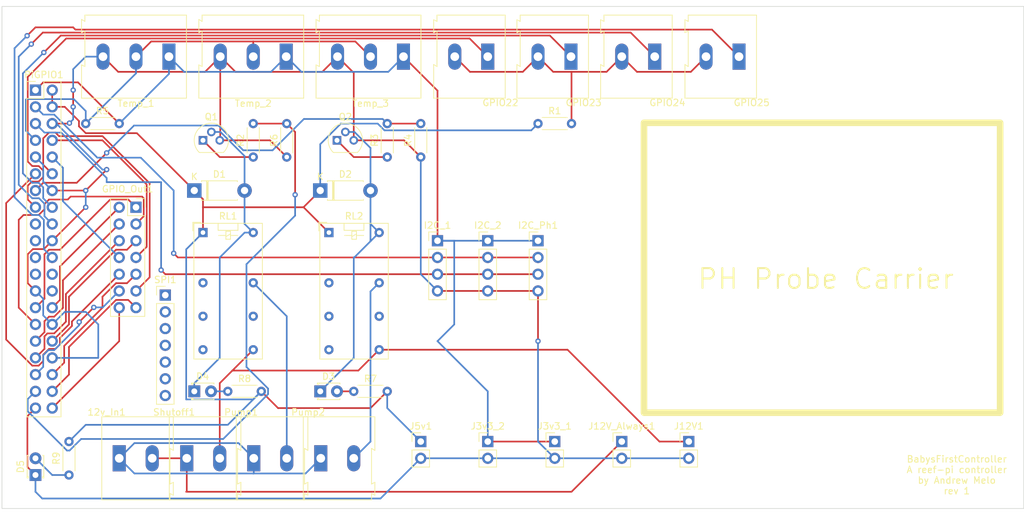
<source format=kicad_pcb>
(kicad_pcb (version 20221018) (generator pcbnew)
  (title_block (title "Reef-Pi Controller") (date "2023-07-03") (rev "1"))
  (layers (0 "F.Cu" signal) (31 "B.Cu" signal) (34 "B.Paste" user) (35 "F.Paste" user) (36 "B.SilkS" user "B.Silkscreen") (37 "F.SilkS" user "F.Silkscreen") (38 "B.Mask" user) (39 "F.Mask" user) (44 "Edge.Cuts" user))
  (net 0 "")
  (net 1 "/12V_Always")
  (net 2 "Net-(D1-A)")
  (net 3 "GND2")
  (net 4 "+12V")
  (net 5 "+5V")
  (net 6 "GND")
  (net 7 "Net-(D2-A)")
  (net 8 "Net-(GPIO22-Pin_1)")
  (net 9 "Net-(GPIO22-Pin_2)")
  (net 10 "Net-(GPIO23-Pin_1)")
  (net 11 "Net-(GPIO24-Pin_1)")
  (net 12 "Net-(GPIO25-Pin_1)")
  (net 14 "Net-(Pump1-Pin_2)")
  (net 15 "Net-(Pump2-Pin_2)")
  (net 17 "Net-(PiGPIO1-GCLK0{slash}GPIO4)")
  (net 18 "Net-(PiGPIO1-GPIO27)")
  (net 19 "Net-(PiGPIO1-GPIO26)")
  (net 20 "Net-(I2C_1-Pin_2)")
  (net 21 "Net-(I2C_1-Pin_3)")
  (net 22 "/GPIO13")
  (net 23 "+3V3")
  (net 24 "/GPIO21")
  (net 25 "/GPIO20")
  (net 26 "/GPIO19")
  (net 27 "/GPIO18")
  (net 28 "/GPIO17")
  (net 29 "/GPIO16")
  (net 30 "/GPIO15")
  (net 31 "/GPIO14")
  (net 32 "/GPIO12")
  (net 33 "/GPIO6")
  (net 34 "/GPIO5")
  (net 35 "/GPIO1")
  (net 36 "/GPIO0")
  (net 43 "Net-(Q1-B)")
  (net 44 "Net-(Q2-B)")
  (net 45 "Net-(D3-A)")
  (net 46 "Net-(D4-A)")
  (net 47 "Net-(D5-A)")
  (footprint "TerminalBlock:TerminalBlock_Altech_AK300-2_P5.00mm" (layer "F.Cu") (at 162.56 60.96 180)
    (fp_text reference "GPIO22")
    (fp_text value "Screw_Terminal_01x02")
  )
  (footprint "Connector_PinHeader_2.54mm:PinHeader_1x07_P2.54mm_Vertical" (layer "F.Cu") (at 113.665 97.155)
    (fp_text reference "SPI1")
    (fp_text value "Conn_01x07_Pin")
  )
  (footprint "TerminalBlock:TerminalBlock_Altech_AK300-2_P5.00mm" (layer "F.Cu") (at 127.08 121.92)
    (fp_text reference "Pump1")
    (fp_text value "Screw_Terminal_01x02")
  )
  (footprint "Library:Relay_DPDT_NTE_NRP04" (layer "F.Cu") (at 119.38 87.6625)
    (fp_text reference "RL1")
    (fp_text value "R40-11D2-5/6")
  )
  (footprint "Diode_THT:D_DO-41_SOD81_P7.62mm_Horizontal" (layer "F.Cu") (at 118.0625 81.28)
    (fp_text reference "D1")
    (fp_text value "1N4007")
  )
  (footprint "Resistor_THT:R_Axial_DIN0204_L3.6mm_D1.6mm_P5.08mm_Horizontal" (layer "F.Cu") (at 123.1425 111.76)
    (fp_text reference "R8")
    (fp_text value "4.7k")
  )
  (footprint "Resistor_THT:R_Axial_DIN0204_L3.6mm_D1.6mm_P5.08mm_Horizontal" (layer "F.Cu") (at 142.24 111.76)
    (fp_text reference "R7")
    (fp_text value "4.7k")
  )
  (footprint "LED_THT:LED_D1.8mm_W3.3mm_H2.4mm" (layer "F.Cu") (at 118.0625 111.76)
    (fp_text reference "D4")
    (fp_text value "LED")
  )
  (footprint "MountingHole:MountingHole_3.2mm_M3" (layer "F.Cu") (at 196.25 105)
    (fp_text reference "REF**" hide)
    (fp_text value "MountingHole_3.2mm_M3")
  )
  (footprint "LED_THT:LED_D1.8mm_W3.3mm_H2.4mm" (layer "F.Cu") (at 137.16 111.76)
    (fp_text reference "D3")
    (fp_text value "LED")
  )
  (footprint "Connector_PinHeader_2.54mm:PinHeader_1x02_P2.54mm_Vertical" (layer "F.Cu") (at 193.04 119.38)
    (fp_text reference "J12V1")
    (fp_text value "Conn_01x02_Pin")
  )
  (footprint "Connector_PinHeader_2.54mm:PinHeader_1x02_P2.54mm_Vertical" (layer "F.Cu") (at 152.4 119.38)
    (fp_text reference "J5v1")
    (fp_text value "Conn_01x02_Pin")
  )
  (footprint "Connector_PinHeader_2.54mm:PinHeader_1x04_P2.54mm_Vertical" (layer "F.Cu") (at 170.18 88.9)
    (fp_text reference "I2C_Ph1")
    (fp_text value "Conn_01x04_Male")
  )
  (footprint "Diode_THT:D_DO-41_SOD81_P7.62mm_Horizontal" (layer "F.Cu") (at 137.16 81.28)
    (fp_text reference "D2")
    (fp_text value "1N4007")
  )
  (footprint "Resistor_THT:R_Axial_DIN0204_L3.6mm_D1.6mm_P5.08mm_Horizontal" (layer "F.Cu") (at 170.18 71.12)
    (fp_text reference "R1")
    (fp_text value "10k")
  )
  (footprint "Connector_PinHeader_2.54mm:PinHeader_1x02_P2.54mm_Vertical" (layer "F.Cu") (at 162.56 119.38)
    (fp_text reference "J3v3_2")
    (fp_text value "Conn_01x02_Pin")
  )
  (footprint "TerminalBlock:TerminalBlock_Altech_AK300-3_P5.00mm" (layer "F.Cu") (at 149.78 60.96 180)
    (fp_text reference "Temp_3")
    (fp_text value "Screw_Terminal_01x03")
  )
  (footprint "Resistor_THT:R_Axial_DIN0204_L3.6mm_D1.6mm_P5.08mm_Horizontal" (layer "F.Cu") (at 132.08 76.2 90)
    (fp_text reference "R6")
    (fp_text value "10k")
  )
  (footprint "TerminalBlock:TerminalBlock_Altech_AK300-2_P5.00mm" (layer "F.Cu") (at 116.92 121.92)
    (fp_text reference "Shutoff1")
    (fp_text value "Screw_Terminal_01x02")
  )
  (footprint "Resistor_THT:R_Axial_DIN0204_L3.6mm_D1.6mm_P5.08mm_Horizontal" (layer "F.Cu") (at 127 76.2 90)
    (fp_text reference "R2")
    (fp_text value "1k")
  )
  (footprint "TerminalBlock:TerminalBlock_Altech_AK300-2_P5.00mm" (layer "F.Cu") (at 187.88 60.96 180)
    (fp_text reference "GPIO24")
    (fp_text value "Screw_Terminal_01x02")
  )
  (footprint "Resistor_THT:R_Axial_DIN0204_L3.6mm_D1.6mm_P5.08mm_Horizontal" (layer "F.Cu") (at 152.4 76.2 90)
    (fp_text reference "R4")
    (fp_text value "10k")
  )
  (footprint "MountingHole:MountingHole_3.2mm_M3" (layer "F.Cu") (at 230.25 81)
    (fp_text reference "REF**" hide)
    (fp_text value "MountingHole_3.2mm_M3")
  )
  (footprint "TerminalBlock:TerminalBlock_Altech_AK300-2_P5.00mm" (layer "F.Cu") (at 200.66 60.96 180)
    (fp_text reference "GPIO25")
    (fp_text value "Screw_Terminal_01x02")
  )
  (footprint "MountingHole:MountingHole_3.2mm_M3" (layer "F.Cu") (at 230.25 105)
    (fp_text reference "REF**" hide)
    (fp_text value "MountingHole_3.2mm_M3")
  )
  (footprint "TerminalBlock:TerminalBlock_Altech_AK300-3_P5.00mm" (layer "F.Cu") (at 132 60.96 180)
    (fp_text reference "Temp_2")
    (fp_text value "Screw_Terminal_01x03")
  )
  (footprint "Package_TO_SOT_THT:TO-92" (layer "F.Cu") (at 119.38 73.66)
    (fp_text reference "Q1")
    (fp_text value "Q_NPN_BCE")
  )
  (footprint "TerminalBlock:TerminalBlock_Altech_AK300-3_P5.00mm" (layer "F.Cu") (at 114.22 60.96 180)
    (fp_text reference "Temp_1")
    (fp_text value "Screw_Terminal_01x03")
  )
  (footprint "Resistor_THT:R_Axial_DIN0204_L3.6mm_D1.6mm_P5.08mm_Horizontal" (layer "F.Cu") (at 147.32 76.2 90)
    (fp_text reference "R3")
    (fp_text value "1k")
  )
  (footprint "Connector_PinHeader_2.54mm:PinHeader_1x02_P2.54mm_Vertical" (layer "F.Cu") (at 182.88 119.38)
    (fp_text reference "J12V_Always1")
    (fp_text value "Conn_01x02_Pin")
  )
  (footprint "Connector_PinHeader_2.54mm:PinHeader_2x20_P2.54mm_Vertical" (layer "F.Cu") (at 93.98 66.04)
    (fp_text reference "PiGPIO1")
    (fp_text value "Raspberry_Pi_2_3")
  )
  (footprint "Connector_PinHeader_2.54mm:PinHeader_1x04_P2.54mm_Vertical" (layer "F.Cu") (at 162.56 88.9)
    (fp_text reference "I2C_2")
    (fp_text value "Conn_01x04_Male")
  )
  (footprint "Resistor_THT:R_Axial_DIN0204_L3.6mm_D1.6mm_P5.08mm_Horizontal" (layer "F.Cu") (at 101.6 71.12)
    (fp_text reference "R5")
    (fp_text value "4.7k")
  )
  (footprint "Connector_PinSocket_2.54mm:PinSocket_2x07_P2.54mm_Vertical" (layer "F.Cu") (at 109.22 83.82)
    (fp_text reference "GPIO_Out1")
    (fp_text value "Conn_02x12_Top_Bottom")
  )
  (footprint "Library:Relay_DPDT_NTE_NRP04" (layer "F.Cu") (at 138.4775 87.6625)
    (fp_text reference "RL2")
    (fp_text value "R40-11D2-5/6")
  )
  (footprint "Package_TO_SOT_THT:TO-92" (layer "F.Cu") (at 139.7 73.66)
    (fp_text reference "Q2")
    (fp_text value "Q_NPN_BCE")
  )
  (footprint "TerminalBlock:TerminalBlock_Altech_AK300-2_P5.00mm" (layer "F.Cu") (at 175.18 60.96 180)
    (fp_text reference "GPIO23")
    (fp_text value "Screw_Terminal_01x02")
  )
  (footprint "TerminalBlock:TerminalBlock_Altech_AK300-2_P5.00mm" (layer "F.Cu") (at 137.24 121.92)
    (fp_text reference "Pump2")
    (fp_text value "Screw_Terminal_01x02")
  )
  (footprint "Connector_PinHeader_2.54mm:PinHeader_1x02_P2.54mm_Vertical" (layer "F.Cu") (at 172.72 119.38)
    (fp_text reference "J3v3_1")
    (fp_text value "Conn_01x02_Pin")
  )
  (footprint "Connector_PinHeader_2.54mm:PinHeader_1x04_P2.54mm_Vertical" (layer "F.Cu") (at 154.94 88.9)
    (fp_text reference "I2C_1")
    (fp_text value "Conn_01x04_Male")
  )
  (footprint "TerminalBlock:TerminalBlock_Altech_AK300-2_P5.00mm" (layer "F.Cu") (at 106.68 121.92)
    (fp_text reference "12v_In1")
    (fp_text value "Screw_Terminal_01x02")
  )
  (footprint "LED_THT:LED_D1.8mm_W3.3mm_H2.4mm" (layer "F.Cu") (at 93.98 124.46 90)
    (fp_text reference "D5")
    (fp_text value "LED")
  )
  (footprint "Resistor_THT:R_Axial_DIN0204_L3.6mm_D1.6mm_P5.08mm_Horizontal" (layer "F.Cu") (at 99.06 124.46 90)
    (fp_text reference "R9")
    (fp_text value "330")
  )
  (footprint "MountingHole:MountingHole_3.2mm_M3" (layer "F.Cu") (at 196.25 81)
    (fp_text reference "REF**" hide)
    (fp_text value "MountingHole_3.2mm_M3")
  )
  (gr_rect (start 186.25 71) (end 240.25 115) (stroke (width 1)) (fill none) (layer "F.SilkS"))
  (gr_rect (start 88.9 53.34) (end 243.84 129.54) (stroke (width 0.1)) (fill none) (layer "Edge.Cuts"))
  (gr_text "PH Probe Carrier" (at 194.21 96.44) (layer "F.SilkS") (effects (font (size 3 3) (thickness 0.3) bold) (justify left bottom)))
  (gr_text "BabysFirstController\nA reef-pi controller\nby Andrew Melo\nrev 1" (at 233.68 124.46) (layer "F.SilkS") (effects (font (size 1 1))))
  (segment (start 116.92 126.92) (end 116.92 121.92) (width 0.25) (layer "F.Cu") (net 1))
  (segment (start 116.84 127) (end 116.92 126.92) (width 0.25) (layer "F.Cu") (net 1))
  (segment (start 111.68 121.92) (end 116.92 121.92) (width 0.25) (layer "F.Cu") (net 1))
  (segment (start 175.26 127) (end 116.84 127) (width 0.25) (layer "F.Cu") (net 1))
  (segment (start 182.88 119.38) (end 175.26 127) (width 0.25) (layer "F.Cu") (net 1))
  (segment (start 122.028859 72.39) (end 125.6825 76.043641) (width 0.25) (layer "B.Cu") (net 2))
  (segment (start 125.6825 86.345) (end 127 87.6625) (width 0.25) (layer "B.Cu") (net 2))
  (segment (start 127 87.6625) (end 125.6975 87.6625) (width 0.25) (layer "B.Cu") (net 2))
  (segment (start 118.0625 110.5375) (end 118.0625 111.76) (width 0.25) (layer "B.Cu") (net 2))
  (segment (start 125.6825 81.28) (end 125.6825 86.345) (width 0.25) (layer "B.Cu") (net 2))
  (segment (start 125.6975 87.6625) (end 121.92 91.44) (width 0.25) (layer "B.Cu") (net 2))
  (segment (start 121.92 91.44) (end 121.92 106.68) (width 0.25) (layer "B.Cu") (net 2))
  (segment (start 120.65 72.39) (end 122.028859 72.39) (width 0.25) (layer "B.Cu") (net 2))
  (segment (start 121.92 106.68) (end 118.0625 110.5375) (width 0.25) (layer "B.Cu") (net 2))
  (segment (start 125.6825 76.043641) (end 125.6825 81.28) (width 0.25) (layer "B.Cu") (net 2))
  (segment (start 124.775 119.615) (end 127.08 121.92) (width 0.25) (layer "B.Cu") (net 3))
  (segment (start 106.68 121.92) (end 108.985 119.615) (width 0.25) (layer "B.Cu") (net 3))
  (segment (start 127.08 124.145) (end 127 124.225) (width 0.25) (layer "B.Cu") (net 3))
  (segment (start 108.985 119.615) (end 124.775 119.615) (width 0.25) (layer "B.Cu") (net 3))
  (segment (start 137.24 121.92) (end 134.935 124.225) (width 0.25) (layer "B.Cu") (net 3))
  (segment (start 134.935 124.225) (end 127 124.225) (width 0.25) (layer "B.Cu") (net 3))
  (segment (start 127.08 121.92) (end 127.08 124.145) (width 0.25) (layer "B.Cu") (net 3))
  (segment (start 108.985 124.225) (end 106.68 121.92) (width 0.25) (layer "B.Cu") (net 3))
  (segment (start 127 124.225) (end 108.985 124.225) (width 0.25) (layer "B.Cu") (net 3))
  (segment (start 146.0975 105.4425) (end 174.6575 105.4425) (width 0.25) (layer "F.Cu") (net 4))
  (segment (start 142.93875 108.60125) (end 123.84125 108.60125) (width 0.25) (layer "F.Cu") (net 4))
  (segment (start 174.6575 105.4425) (end 188.595 119.38) (width 0.25) (layer "F.Cu") (net 4))
  (segment (start 146.0975 105.4425) (end 142.93875 108.60125) (width 0.25) (layer "F.Cu") (net 4))
  (segment (start 188.595 119.38) (end 193.04 119.38) (width 0.25) (layer "F.Cu") (net 4))
  (segment (start 123.84125 108.60125) (end 127 105.4425) (width 0.25) (layer "F.Cu") (net 4))
  (segment (start 121.92 121.92) (end 121.92 110.5225) (width 0.25) (layer "F.Cu") (net 4))
  (segment (start 121.92 110.5225) (end 123.84125 108.60125) (width 0.25) (layer "F.Cu") (net 4))
  (segment (start 134.635 83.805) (end 137.16 81.28) (width 0.25) (layer "F.Cu") (net 5))
  (segment (start 100.575 71.544569) (end 100.575 70.73) (width 0.25) (layer "F.Cu") (net 5))
  (segment (start 101.605431 72.575) (end 100.575 71.544569) (width 0.25) (layer "F.Cu") (net 5))
  (segment (start 134.635 83.82) (end 134.635 83.805) (width 0.25) (layer "F.Cu") (net 5))
  (segment (start 109.3575 72.575) (end 101.605431 72.575) (width 0.25) (layer "F.Cu") (net 5))
  (segment (start 100.575 70.73) (end 98.425 68.58) (width 0.25) (layer "F.Cu") (net 5))
  (segment (start 147.32 111.76) (end 144.78 114.3) (width 0.25) (layer "F.Cu") (net 5))
  (segment (start 130.7625 114.3) (end 128.2225 111.76) (width 0.25) (layer "F.Cu") (net 5))
  (segment (start 118.0625 81.28) (end 109.3575 72.575) (width 0.25) (layer "F.Cu") (net 5))
  (segment (start 98.425 68.58) (end 96.52 68.58) (width 0.25) (layer "F.Cu") (net 5))
  (segment (start 96.52 66.04) (end 96.52 68.58) (width 0.25) (layer "F.Cu") (net 5))
  (segment (start 134.635 83.82) (end 119.38 83.82) (width 0.25) (layer "F.Cu") (net 5))
  (segment (start 119.38 82.5975) (end 118.0625 81.28) (width 0.25) (layer "F.Cu") (net 5))
  (segment (start 138.4775 87.6625) (end 134.635 83.82) (width 0.25) (layer "F.Cu") (net 5))
  (segment (start 119.38 83.82) (end 119.38 87.6625) (width 0.25) (layer "F.Cu") (net 5))
  (segment (start 144.78 114.3) (end 130.7625 114.3) (width 0.25) (layer "F.Cu") (net 5))
  (segment (start 119.38 83.82) (end 119.38 82.5975) (width 0.25) (layer "F.Cu") (net 5))
  (segment (start 101.6 116.84) (end 123.1425 116.84) (width 0.25) (layer "B.Cu") (net 5))
  (segment (start 146.895431 72.145) (end 145.870431 71.12) (width 0.25) (layer "B.Cu") (net 5))
  (segment (start 140.29 71.12) (end 137.16 74.25) (width 0.25) (layer "B.Cu") (net 5))
  (segment (start 170.18 71.12) (end 169.155 72.145) (width 0.25) (layer "B.Cu") (net 5))
  (segment (start 116.8375 112.985) (end 126.9975 112.985) (width 0.25) (layer "B.Cu") (net 5))
  (segment (start 169.155 72.145) (end 146.895431 72.145) (width 0.25) (layer "B.Cu") (net 5))
  (segment (start 145.870431 71.12) (end 140.29 71.12) (width 0.25) (layer "B.Cu") (net 5))
  (segment (start 99.06 119.38) (end 101.6 116.84) (width 0.25) (layer "B.Cu") (net 5))
  (segment (start 147.32 114.3) (end 152.4 119.38) (width 0.25) (layer "B.Cu") (net 5))
  (segment (start 119.38 87.6625) (end 116.8375 90.205) (width 0.25) (layer "B.Cu") (net 5))
  (segment (start 147.32 111.76) (end 147.32 114.3) (width 0.25) (layer "B.Cu") (net 5))
  (segment (start 137.16 74.25) (end 137.16 81.28) (width 0.25) (layer "B.Cu") (net 5))
  (segment (start 126.9975 112.985) (end 128.2225 111.76) (width 0.25) (layer "B.Cu") (net 5))
  (segment (start 123.1425 116.84) (end 128.2225 111.76) (width 0.25) (layer "B.Cu") (net 5))
  (segment (start 116.8375 90.205) (end 116.8375 112.985) (width 0.25) (layer "B.Cu") (net 5))
  (segment (start 121.92 73.66) (end 129.54 73.66) (width 0.25) (layer "F.Cu") (net 6))
  (segment (start 122 73.58) (end 121.92 73.66) (width 0.25) (layer "F.Cu") (net 6))
  (segment (start 170.18 104.14) (end 170.18 96.52) (width 0.25) (layer "F.Cu") (net 6))
  (segment (start 122 60.96) (end 119.695 63.265) (width 0.25) (layer "F.Cu") (net 6))
  (segment (start 149.86 73.66) (end 142.24 73.66) (width 0.25) (layer "F.Cu") (net 6))
  (segment (start 154.94 96.52) (end 162.56 96.52) (width 0.25) (layer "F.Cu") (net 6))
  (segment (start 96.52 71.12) (end 99.060001 71.12) (width 0.25) (layer "F.Cu") (net 6))
  (segment (start 92.755 123.235) (end 92.755 115.525) (width 0.25) (layer "F.Cu") (net 6))
  (segment (start 124.305 63.265) (end 122 60.96) (width 0.25) (layer "F.Cu") (net 6))
  (segment (start 93.98 96.52) (end 92.805 95.345) (width 0.25) (layer "F.Cu") (net 6))
  (segment (start 162.56 96.52) (end 170.18 96.52) (width 0.25) (layer "F.Cu") (net 6))
  (segment (start 129.54 73.66) (end 132.08 76.2) (width 0.25) (layer "F.Cu") (net 6))
  (segment (start 119.695 63.265) (end 106.525 63.265) (width 0.25) (layer "F.Cu") (net 6))
  (segment (start 106.525 63.265) (end 104.22 60.96) (width 0.25) (layer "F.Cu") (net 6))
  (segment (start 95.25 90.17) (end 96.52 88.9) (width 0.25) (layer "F.Cu") (net 6))
  (segment (start 142.24 63.42) (end 139.78 60.96) (width 0.25) (layer "F.Cu") (net 6))
  (segment (start 137.475 63.265) (end 124.305 63.265) (width 0.25) (layer "F.Cu") (net 6))
  (segment (start 96.52 88.9) (end 101.6 83.82) (width 0.25) (layer "F.Cu") (net 6))
  (segment (start 139.78 60.96) (end 137.475 63.265) (width 0.25) (layer "F.Cu") (net 6))
  (segment (start 93.98 124.46) (end 92.755 123.235) (width 0.25) (layer "F.Cu") (net 6))
  (segment (start 96.52 81.28) (end 101.6 81.28) (width 0.25) (layer "F.Cu") (net 6))
  (segment (start 142.24 73.66) (end 142.24 63.42) (width 0.25) (layer "F.Cu") (net 6))
  (segment (start 92.755 115.525) (end 93.98 114.3) (width 0.25) (layer "F.Cu") (net 6))
  (segment (start 92.805 90.953299) (end 93.588299 90.17) (width 0.25) (layer "F.Cu") (net 6))
  (segment (start 152.4 76.2) (end 149.86 73.66) (width 0.25) (layer "F.Cu") (net 6))
  (segment (start 101.6 81.28) (end 104.775 78.105) (width 0.25) (layer "F.Cu") (net 6))
  (segment (start 122 60.96) (end 122 73.58) (width 0.25) (layer "F.Cu") (net 6))
  (segment (start 92.805 95.345) (end 92.805 90.953299) (width 0.25) (layer "F.Cu") (net 6))
  (segment (start 93.588299 90.17) (end 95.25 90.17) (width 0.25) (layer "F.Cu") (net 6))
  (segment (start 99.695 68.58) (end 99.695 66.04) (width 0.25) (layer "F.Cu") (net 6))
  (segment (start 99.060001 71.12) (end 99.13315 71.046851) (width 0.25) (layer "F.Cu") (net 6))
  (via (at 101.6 81.28) (size 0.8) (drill 0.4) (layers "F.Cu" "B.Cu") (net 6))
  (via (at 99.695 68.58) (size 0.8) (drill 0.4) (layers "F.Cu" "B.Cu") (net 6))
  (via (at 104.775 78.105) (size 0.8) (drill 0.4) (layers "F.Cu" "B.Cu") (net 6))
  (via (at 99.13315 71.046851) (size 0.8) (drill 0.4) (layers "F.Cu" "B.Cu") (net 6))
  (via (at 101.6 83.82) (size 0.8) (drill 0.4) (layers "F.Cu" "B.Cu") (net 6))
  (via (at 99.695 66.04) (size 0.8) (drill 0.4) (layers "F.Cu" "B.Cu") (net 6))
  (via (at 170.18 104.14) (size 0.8) (drill 0.4) (layers "F.Cu" "B.Cu") (net 6))
  (segment (start 104.141396 78.105) (end 97.156396 71.12) (width 0.25) (layer "B.Cu") (net 6))
  (segment (start 95.005 128.025) (end 93.98 127) (width 0.25) (layer "B.Cu") (net 6))
  (segment (start 93.98 127) (end 93.98 124.46) (width 0.25) (layer "B.Cu") (net 6))
  (segment (start 170.18 119.38) (end 170.18 104.14) (width 0.25) (layer "B.Cu") (net 6))
  (segment (start 95.155 100.235) (end 95.155 97.695) (width 0.25) (layer "B.Cu") (net 6))
  (segment (start 99.13315 71.046851) (end 99.695 70.485001) (width 0.25) (layer "B.Cu") (net 6))
  (segment (start 99.695 66.04) (end 99.695 62.865) (width 0.25) (layer "B.Cu") (net 6))
  (segment (start 101.6 99.695) (end 103.505 101.6) (width 0.25) (layer "B.Cu") (net 6))
  (segment (start 95.155 79.915) (end 95.155 77.375) (width 0.25) (layer "B.Cu") (net 6))
  (segment (start 95.155 97.695) (end 93.98 96.52) (width 0.25) (layer "B.Cu") (net 6))
  (segment (start 152.4 121.92) (end 146.295 128.025) (width 0.25) (layer "B.Cu") (net 6))
  (segment (start 99.695 70.485001) (end 99.695 68.58) (width 0.25) (layer "B.Cu") (net 6))
  (segment (start 182.88 121.92) (end 172.72 121.92) (width 0.25) (layer "B.Cu") (net 6))
  (segment (start 95.155 77.375) (end 93.98 76.2) (width 0.25) (layer "B.Cu") (net 6))
  (segment (start 152.4 93.98) (end 152.4 76.2) (width 0.25) (layer "B.Cu") (net 6))
  (segment (start 96.52 101.6) (end 98.425 99.695) (width 0.25) (layer "B.Cu") (net 6))
  (segment (start 103.505 106.68) (end 96.52 106.68) (width 0.25) (layer "B.Cu") (net 6))
  (segment (start 97.156396 71.12) (end 96.52 71.12) (width 0.25) (layer "B.Cu") (net 6))
  (segment (start 96.52 101.6) (end 95.155 100.235) (width 0.25) (layer "B.Cu") (net 6))
  (segment (start 99.695 62.865) (end 101.6 60.96) (width 0.25) (layer "B.Cu") (net 6))
  (segment (start 146.295 128.025) (end 95.005 128.025) (width 0.25) (layer "B.Cu") (net 6))
  (segment (start 172.72 121.92) (end 162.56 121.92) (width 0.25) (layer "B.Cu") (net 6))
  (segment (start 193.04 121.92) (end 182.88 121.92) (width 0.25) (layer "B.Cu") (net 6))
  (segment (start 172.72 121.92) (end 170.18 119.38) (width 0.25) (layer "B.Cu") (net 6))
  (segment (start 101.6 60.96) (end 104.22 60.96) (width 0.25) (layer "B.Cu") (net 6))
  (segment (start 154.94 96.52) (end 152.4 93.98) (width 0.25) (layer "B.Cu") (net 6))
  (segment (start 98.425 99.695) (end 101.6 99.695) (width 0.25) (layer "B.Cu") (net 6))
  (segment (start 103.505 101.6) (end 103.505 106.68) (width 0.25) (layer "B.Cu") (net 6))
  (segment (start 96.52 81.28) (end 95.155 79.915) (width 0.25) (layer "B.Cu") (net 6))
  (segment (start 104.775 78.105) (end 104.141396 78.105) (width 0.25) (layer "B.Cu") (net 6))
  (segment (start 101.6 83.82) (end 101.6 81.28) (width 0.25) (layer "B.Cu") (net 6))
  (segment (start 162.56 121.92) (end 152.4 121.92) (width 0.25) (layer "B.Cu") (net 6))
  (segment (start 142.24 106.68) (end 137.16 111.76) (width 0.25) (layer "B.Cu") (net 7))
  (segment (start 146.0975 87.6625) (end 144.82 88.94) (width 0.25) (layer "B.Cu") (net 7))
  (segment (start 144.78 74.821141) (end 144.78 81.28) (width 0.25) (layer "B.Cu") (net 7))
  (segment (start 142.32 91.44) (end 142.24 91.44) (width 0.25) (layer "B.Cu") (net 7))
  (segment (start 140.97 72.39) (end 142.348859 72.39) (width 0.25) (layer "B.Cu") (net 7))
  (segment (start 144.78 88.9) (end 144.78 86.345) (width 0.25) (layer "B.Cu") (net 7))
  (segment (start 142.348859 72.39) (end 144.78 74.821141) (width 0.25) (layer "B.Cu") (net 7))
  (segment (start 144.82 88.94) (end 144.78 88.9) (width 0.25) (layer "B.Cu") (net 7))
  (segment (start 144.78 81.28) (end 144.78 86.345) (width 0.25) (layer "B.Cu") (net 7))
  (segment (start 144.78 86.345) (end 146.0975 87.6625) (width 0.25) (layer "B.Cu") (net 7))
  (segment (start 142.24 91.44) (end 142.24 106.68) (width 0.25) (layer "B.Cu") (net 7))
  (segment (start 144.82 88.94) (end 142.32 91.44) (width 0.25) (layer "B.Cu") (net 7))
  (segment (start 93.493299 77.565) (end 94.466701 77.565) (width 0.25) (layer "F.Cu") (net 8))
  (segment (start 95.155 78.253299) (end 95.155 79.226701) (width 0.25) (layer "F.Cu") (net 8))
  (segment (start 93.441396 79.915) (end 92.805 80.551396) (width 0.25) (layer "F.Cu") (net 8))
  (segment (start 92.805 76.876701) (end 93.493299 77.565) (width 0.25) (layer "F.Cu") (net 8))
  (segment (start 92.805 80.551396) (end 92.805 82.645) (width 0.25) (layer "F.Cu") (net 8))
  (segment (start 92.805 82.645) (end 93.98 83.82) (width 0.25) (layer "F.Cu") (net 8))
  (segment (start 92.805 64.04) (end 92.805 76.876701) (width 0.25) (layer "F.Cu") (net 8))
  (segment (start 98.64 58.205) (end 92.805 64.04) (width 0.25) (layer "F.Cu") (net 8))
  (segment (start 94.466701 79.915) (end 93.441396 79.915) (width 0.25) (layer "F.Cu") (net 8))
  (segment (start 159.805 58.205) (end 98.64 58.205) (width 0.25) (layer "F.Cu") (net 8))
  (segment (start 94.466701 77.565) (end 95.155 78.253299) (width 0.25) (layer "F.Cu") (net 8))
  (segment (start 162.56 60.96) (end 159.805 58.205) (width 0.25) (layer "F.Cu") (net 8))
  (segment (start 95.155 79.226701) (end 94.466701 79.915) (width 0.25) (layer "F.Cu") (net 8))
  (segment (start 170.18 60.96) (end 167.875 63.265) (width 0.25) (layer "F.Cu") (net 9))
  (segment (start 175.26 71.12) (end 175.26 63.265) (width 0.25) (layer "F.Cu") (net 9))
  (segment (start 172.485 63.265) (end 170.18 60.96) (width 0.25) (layer "F.Cu") (net 9))
  (segment (start 193.355 63.265) (end 185.185 63.265) (width 0.25) (layer "F.Cu") (net 9))
  (segment (start 175.26 63.265) (end 172.485 63.265) (width 0.25) (layer "F.Cu") (net 9))
  (segment (start 180.575 63.265) (end 175.26 63.265) (width 0.25) (layer "F.Cu") (net 9))
  (segment (start 185.185 63.265) (end 182.88 60.96) (width 0.25) (layer "F.Cu") (net 9))
  (segment (start 167.875 63.265) (end 159.865 63.265) (width 0.25) (layer "F.Cu") (net 9))
  (segment (start 159.865 63.265) (end 157.56 60.96) (width 0.25) (layer "F.Cu") (net 9))
  (segment (start 195.66 60.96) (end 193.355 63.265) (width 0.25) (layer "F.Cu") (net 9))
  (segment (start 182.88 60.96) (end 180.575 63.265) (width 0.25) (layer "F.Cu") (net 9))
  (segment (start 97.82 57.755) (end 171.975 57.755) (width 0.25) (layer "F.Cu") (net 10))
  (segment (start 97.82 57.755) (end 95.25 60.325) (width 0.25) (layer "F.Cu") (net 10))
  (segment (start 175.18 60.96) (end 171.975 57.755) (width 0.25) (layer "F.Cu") (net 10))
  (via (at 95.25 60.325) (size 0.8) (drill 0.4) (layers "F.Cu" "B.Cu") (net 10))
  (segment (start 95.155 80.793299) (end 95.155 82.455) (width 0.25) (layer "B.Cu") (net 10))
  (segment (start 94.466701 80.105) (end 95.155 80.793299) (width 0.25) (layer "B.Cu") (net 10))
  (segment (start 92.075 78.686701) (end 93.493299 80.105) (width 0.25) (layer "B.Cu") (net 10))
  (segment (start 95.155 82.455) (end 96.52 83.82) (width 0.25) (layer "B.Cu") (net 10))
  (segment (start 92.075 63.5) (end 92.075 78.686701) (width 0.25) (layer "B.Cu") (net 10))
  (segment (start 93.493299 80.105) (end 94.466701 80.105) (width 0.25) (layer "B.Cu") (net 10))
  (segment (start 95.25 60.325) (end 92.075 63.5) (width 0.25) (layer "B.Cu") (net 10))
  (segment (start 187.88 60.96) (end 184.225 57.305) (width 0.25) (layer "F.Cu") (net 11))
  (segment (start 95.095 57.305) (end 93.345 59.055) (width 0.25) (layer "F.Cu") (net 11))
  (segment (start 95.095 57.305) (end 184.225 57.305) (width 0.25) (layer "F.Cu") (net 11))
  (via (at 93.345 59.055) (size 0.8) (drill 0.4) (layers "F.Cu" "B.Cu") (net 11))
  (segment (start 95.345 83.281396) (end 95.345 85.185) (width 0.25) (layer "B.Cu") (net 11))
  (segment (start 94.518604 82.455) (end 95.345 83.281396) (width 0.25) (layer "B.Cu") (net 11))
  (segment (start 91.44 60.96) (end 91.44 80.401701) (width 0.25) (layer "B.Cu") (net 11))
  (segment (start 95.345 85.185) (end 96.52 86.36) (width 0.25) (layer "B.Cu") (net 11))
  (segment (start 93.493299 82.455) (end 94.518604 82.455) (width 0.25) (layer "B.Cu") (net 11))
  (segment (start 91.44 80.401701) (end 93.493299 82.455) (width 0.25) (layer "B.Cu") (net 11))
  (segment (start 93.345 59.055) (end 91.44 60.96) (width 0.25) (layer "B.Cu") (net 11))
  (segment (start 200.66 60.96) (end 196.555 56.855) (width 0.25) (layer "F.Cu") (net 12))
  (segment (start 93.98 56.515) (end 92.71 57.785) (width 0.25) (layer "F.Cu") (net 12))
  (segment (start 100.035 56.855) (end 196.555 56.855) (width 0.25) (layer "F.Cu") (net 12))
  (segment (start 99.695 56.515) (end 93.98 56.515) (width 0.25) (layer "F.Cu") (net 12))
  (segment (start 100.035 56.855) (end 99.695 56.515) (width 0.25) (layer "F.Cu") (net 12))
  (via (at 92.71 57.785) (size 0.8) (drill 0.4) (layers "F.Cu" "B.Cu") (net 12))
  (segment (start 90.805 82.306701) (end 93.493299 84.995) (width 0.25) (layer "B.Cu") (net 12))
  (segment (start 94.518604 84.995) (end 95.25 85.726396) (width 0.25) (layer "B.Cu") (net 12))
  (segment (start 95.25 85.726396) (end 95.25 90.17) (width 0.25) (layer "B.Cu") (net 12))
  (segment (start 92.71 57.785) (end 90.805 59.69) (width 0.25) (layer "B.Cu") (net 12))
  (segment (start 90.805 59.69) (end 90.805 82.306701) (width 0.25) (layer "B.Cu") (net 12))
  (segment (start 93.493299 84.995) (end 94.518604 84.995) (width 0.25) (layer "B.Cu") (net 12))
  (segment (start 95.25 90.17) (end 96.52 91.44) (width 0.25) (layer "B.Cu") (net 12))
  (segment (start 127 95.2825) (end 132.08 100.3625) (width 0.25) (layer "B.Cu") (net 14))
  (segment (start 132.08 100.3625) (end 132.08 121.92) (width 0.25) (layer "B.Cu") (net 14))
  (segment (start 146.0975 95.2825) (end 144.78 96.6) (width 0.25) (layer "B.Cu") (net 15))
  (segment (start 144.78 119.38) (end 142.24 121.92) (width 0.25) (layer "B.Cu") (net 15))
  (segment (start 144.78 96.6) (end 144.78 119.38) (width 0.25) (layer "B.Cu") (net 15))
  (segment (start 142.475 58.655) (end 144.78 60.96) (width 0.25) (layer "F.Cu") (net 17))
  (segment (start 109.22 60.96) (end 111.525 58.655) (width 0.25) (layer "F.Cu") (net 17))
  (segment (start 127 60.96) (end 127 58.655) (width 0.25) (layer "F.Cu") (net 17))
  (segment (start 127 58.655) (end 142.475 58.655) (width 0.25) (layer "F.Cu") (net 17))
  (segment (start 111.525 58.655) (end 127 58.655) (width 0.25) (layer "F.Cu") (net 17))
  (segment (start 101.6 71.12) (end 101.6 69.215) (width 0.25) (layer "B.Cu") (net 17))
  (segment (start 92.615 67.405) (end 92.525 67.495) (width 0.25) (layer "B.Cu") (net 17))
  (segment (start 92.525 67.495) (end 92.525 72.205) (width 0.25) (layer "B.Cu") (net 17))
  (segment (start 101.6 69.215) (end 99.79 67.405) (width 0.25) (layer "B.Cu") (net 17))
  (segment (start 99.79 67.405) (end 92.615 67.405) (width 0.25) (layer "B.Cu") (net 17))
  (segment (start 109.22 63.5) (end 101.6 71.12) (width 0.25) (layer "B.Cu") (net 17))
  (segment (start 92.525 72.205) (end 93.98 73.66) (width 0.25) (layer "B.Cu") (net 17))
  (segment (start 109.22 60.96) (end 109.22 63.5) (width 0.25) (layer "B.Cu") (net 17))
  (segment (start 104.775 75.565) (end 100.235 80.105) (width 0.25) (layer "F.Cu") (net 18))
  (segment (start 147.32 71.12) (end 152.4 71.12) (width 0.25) (layer "F.Cu") (net 18))
  (segment (start 100.235 80.105) (end 95.155 80.105) (width 0.25) (layer "F.Cu") (net 18))
  (segment (start 95.155 80.105) (end 93.98 81.28) (width 0.25) (layer "F.Cu") (net 18))
  (via (at 104.775 75.565) (size 0.8) (drill 0.4) (layers "F.Cu" "B.Cu") (net 18))
  (segment (start 146.62 70.42) (end 147.32 71.12) (width 0.25) (layer "B.Cu") (net 18))
  (segment (start 104.775 75.565) (end 108.925 71.415) (width 0.25) (layer "B.Cu") (net 18))
  (segment (start 121.724999 71.415) (end 125.484999 75.175) (width 0.25) (layer "B.Cu") (net 18))
  (segment (start 129.93 75.175) (end 134.685 70.42) (width 0.25) (layer "B.Cu") (net 18))
  (segment (start 125.484999 75.175) (end 129.93 75.175) (width 0.25) (layer "B.Cu") (net 18))
  (segment (start 134.685 70.42) (end 146.62 70.42) (width 0.25) (layer "B.Cu") (net 18))
  (segment (start 108.925 71.415) (end 121.724999 71.415) (width 0.25) (layer "B.Cu") (net 18))
  (segment (start 133.35 72.39) (end 133.35 81.915) (width 0.25) (layer "F.Cu") (net 19))
  (segment (start 132.08 71.12) (end 127 71.12) (width 0.25) (layer "F.Cu") (net 19))
  (segment (start 132.08 71.12) (end 133.35 72.39) (width 0.25) (layer "F.Cu") (net 19))
  (via (at 133.35 81.915) (size 0.8) (drill 0.4) (layers "F.Cu" "B.Cu") (net 19))
  (segment (start 129.2475 112.184569) (end 122.440673 118.991396) (width 0.25) (layer "B.Cu") (net 19))
  (segment (start 133.35 85.09) (end 125.975 92.465) (width 0.25) (layer "B.Cu") (net 19))
  (segment (start 98.758299 120.74) (end 92.805 114.786701) (width 0.25) (layer "B.Cu") (net 19))
  (segment (start 99.149569 120.74) (end 98.758299 120.74) (width 0.25) (layer "B.Cu") (net 19))
  (segment (start 122.440673 118.991396) (end 100.898173 118.991396) (width 0.25) (layer "B.Cu") (net 19))
  (segment (start 133.35 81.915) (end 133.35 85.09) (width 0.25) (layer "B.Cu") (net 19))
  (segment (start 100.898173 118.991396) (end 99.149569 120.74) (width 0.25) (layer "B.Cu") (net 19))
  (segment (start 92.805 112.935) (end 93.98 111.76) (width 0.25) (layer "B.Cu") (net 19))
  (segment (start 125.975 108.062931) (end 129.2475 111.335431) (width 0.25) (layer "B.Cu") (net 19))
  (segment (start 129.2475 111.335431) (end 129.2475 112.184569) (width 0.25) (layer "B.Cu") (net 19))
  (segment (start 125.975 92.465) (end 125.975 108.062931) (width 0.25) (layer "B.Cu") (net 19))
  (segment (start 92.805 114.786701) (end 92.805 112.935) (width 0.25) (layer "B.Cu") (net 19))
  (segment (start 115.57 91.44) (end 114.935 90.805) (width 0.25) (layer "F.Cu") (net 20))
  (segment (start 162.56 91.44) (end 170.18 91.44) (width 0.25) (layer "F.Cu") (net 20))
  (segment (start 154.94 91.44) (end 162.56 91.44) (width 0.25) (layer "F.Cu") (net 20))
  (segment (start 154.94 91.44) (end 115.57 91.44) (width 0.25) (layer "F.Cu") (net 20))
  (via (at 114.935 90.805) (size 0.8) (drill 0.4) (layers "F.Cu" "B.Cu") (net 20))
  (segment (start 114.935 90.805) (end 114.935 81.278604) (width 0.25) (layer "B.Cu") (net 20))
  (segment (start 95.155 69.755) (end 93.98 68.58) (width 0.25) (layer "B.Cu") (net 20))
  (segment (start 103.351701 76.29) (end 96.816701 69.755) (width 0.25) (layer "B.Cu") (net 20))
  (segment (start 96.816701 69.755) (end 95.155 69.755) (width 0.25) (layer "B.Cu") (net 20))
  (segment (start 109.946396 76.29) (end 103.351701 76.29) (width 0.25) (layer "B.Cu") (net 20))
  (segment (start 114.935 81.278604) (end 109.946396 76.29) (width 0.25) (layer "B.Cu") (net 20))
  (segment (start 162.56 93.98) (end 154.94 93.98) (width 0.25) (layer "F.Cu") (net 21))
  (segment (start 170.18 93.98) (end 162.56 93.98) (width 0.25) (layer "F.Cu") (net 21))
  (segment (start 113.03 93.345) (end 113.665 93.98) (width 0.25) (layer "F.Cu") (net 21))
  (segment (start 113.665 93.98) (end 154.94 93.98) (width 0.25) (layer "F.Cu") (net 21))
  (via (at 113.03 93.345) (size 0.8) (drill 0.4) (layers "F.Cu" "B.Cu") (net 21))
  (segment (start 104.775 80.01) (end 113.03 80.01) (width 0.25) (layer "B.Cu") (net 21))
  (segment (start 93.98 71.12) (end 95.345 72.485) (width 0.25) (layer "B.Cu") (net 21))
  (segment (start 95.345 72.485) (end 97.885 72.485) (width 0.25) (layer "B.Cu") (net 21))
  (segment (start 97.885 72.485) (end 104.775 79.375) (width 0.25) (layer "B.Cu") (net 21))
  (segment (start 113.03 80.01) (end 113.03 93.345) (width 0.25) (layer "B.Cu") (net 21))
  (segment (start 104.775 79.375) (end 104.775 80.01) (width 0.25) (layer "B.Cu") (net 21))
  (segment (start 96.816701 102.965) (end 95.791396 102.965) (width 0.25) (layer "F.Cu") (net 22))
  (segment (start 98.595 96.985) (end 98.595 101.186701) (width 0.25) (layer "F.Cu") (net 22))
  (segment (start 106.68 88.9) (end 98.595 96.985) (width 0.25) (layer "F.Cu") (net 22))
  (segment (start 95.345 103.411396) (end 95.345 105.315) (width 0.25) (layer "F.Cu") (net 22))
  (segment (start 95.345 105.315) (end 93.98 106.68) (width 0.25) (layer "F.Cu") (net 22))
  (segment (start 98.595 101.186701) (end 96.816701 102.965) (width 0.25) (layer "F.Cu") (net 22))
  (segment (start 95.791396 102.965) (end 95.345 103.411396) (width 0.25) (layer "F.Cu") (net 22))
  (segment (start 172.72 119.38) (end 162.56 119.38) (width 0.25) (layer "F.Cu") (net 23))
  (segment (start 149.78 60.96) (end 154.94 66.12) (width 0.25) (layer "F.Cu") (net 23))
  (segment (start 106.68 71.12) (end 100.425 64.865) (width 0.25) (layer "F.Cu") (net 23))
  (segment (start 95.155 64.865) (end 93.98 66.04) (width 0.25) (layer "F.Cu") (net 23))
  (segment (start 154.94 66.12) (end 154.94 88.9) (width 0.25) (layer "F.Cu") (net 23))
  (segment (start 100.425 64.865) (end 95.155 64.865) (width 0.25) (layer "F.Cu") (net 23))
  (segment (start 116.525 63.265) (end 114.22 60.96) (width 0.25) (layer "B.Cu") (net 23))
  (segment (start 157.48 101.6) (end 157.48 88.9) (width 0.25) (layer "B.Cu") (net 23))
  (segment (start 132 60.96) (end 129.695 63.265) (width 0.25) (layer "B.Cu") (net 23))
  (segment (start 154.94 104.14) (end 157.48 101.6) (width 0.25) (layer "B.Cu") (net 23))
  (segment (start 162.56 119.38) (end 162.56 111.76) (width 0.25) (layer "B.Cu") (net 23))
  (segment (start 162.56 111.76) (end 154.94 104.14) (width 0.25) (layer "B.Cu") (net 23))
  (segment (start 114.22 60.96) (end 114.22 63.58) (width 0.25) (layer "B.Cu") (net 23))
  (segment (start 157.48 88.9) (end 154.94 88.9) (width 0.25) (layer "B.Cu") (net 23))
  (segment (start 154.94 88.9) (end 162.56 88.9) (width 0.25) (layer "B.Cu") (net 23))
  (segment (start 162.56 88.9) (end 170.18 88.9) (width 0.25) (layer "B.Cu") (net 23))
  (segment (start 149.78 60.96) (end 147.475 63.265) (width 0.25) (layer "B.Cu") (net 23))
  (segment (start 147.475 63.265) (end 134.305 63.265) (width 0.25) (layer "B.Cu") (net 23))
  (segment (start 114.22 63.58) (end 106.68 71.12) (width 0.25) (layer "B.Cu") (net 23))
  (segment (start 134.305 63.265) (end 132 60.96) (width 0.25) (layer "B.Cu") (net 23))
  (segment (start 129.695 63.265) (end 116.525 63.265) (width 0.25) (layer "B.Cu") (net 23))
  (segment (start 106.68 104.14) (end 96.52 114.3) (width 0.25) (layer "F.Cu") (net 24))
  (segment (start 106.68 99.06) (end 106.68 104.14) (width 0.25) (layer "F.Cu") (net 24))
  (segment (start 99.06 105.018299) (end 99.06 109.22) (width 0.25) (layer "F.Cu") (net 25))
  (segment (start 99.06 109.22) (end 96.52 111.76) (width 0.25) (layer "F.Cu") (net 25))
  (segment (start 109.22 99.06) (end 108.045 97.885) (width 0.25) (layer "F.Cu") (net 25))
  (segment (start 108.045 97.885) (end 106.193299 97.885) (width 0.25) (layer "F.Cu") (net 25))
  (segment (start 106.193299 97.885) (end 99.06 105.018299) (width 0.25) (layer "F.Cu") (net 25))
  (segment (start 100.60275 101.23775) (end 102.82525 99.01525) (width 0.25) (layer "F.Cu") (net 26))
  (via (at 100.60275 101.23775) (size 0.8) (drill 0.4) (layers "F.Cu" "B.Cu") (net 26))
  (via (at 102.82525 99.01525) (size 0.8) (drill 0.4) (layers "F.Cu" "B.Cu") (net 26))
  (segment (start 95.155 106.288299) (end 95.155 108.045) (width 0.25) (layer "B.Cu") (net 26))
  (segment (start 100.60275 101.23775) (end 100.60275 101.718951) (width 0.25) (layer "B.Cu") (net 26))
  (segment (start 104.18475 99.01525) (end 106.68 96.52) (width 0.25) (layer "B.Cu") (net 26))
  (segment (start 100.60275 101.718951) (end 96.816701 105.505) (width 0.25) (layer "B.Cu") (net 26))
  (segment (start 95.155 108.045) (end 93.98 109.22) (width 0.25) (layer "B.Cu") (net 26))
  (segment (start 95.938299 105.505) (end 95.155 106.288299) (width 0.25) (layer "B.Cu") (net 26))
  (segment (start 96.816701 105.505) (end 95.938299 105.505) (width 0.25) (layer "B.Cu") (net 26))
  (segment (start 102.82525 99.01525) (end 104.18475 99.01525) (width 0.25) (layer "B.Cu") (net 26))
  (segment (start 97.546701 73.025) (end 97.006701 72.485) (width 0.25) (layer "F.Cu") (net 27))
  (segment (start 109.22 96.52) (end 111.295 94.445) (width 0.25) (layer "F.Cu") (net 27))
  (segment (start 95.155 73.363299) (end 95.155 77.375) (width 0.25) (layer "F.Cu") (net 27))
  (segment (start 111.295 80.178604) (end 104.141396 73.025) (width 0.25) (layer "F.Cu") (net 27))
  (segment (start 96.033299 72.485) (end 95.155 73.363299) (width 0.25) (layer "F.Cu") (net 27))
  (segment (start 95.155 77.375) (end 96.52 78.74) (width 0.25) (layer "F.Cu") (net 27))
  (segment (start 97.006701 72.485) (end 96.033299 72.485) (width 0.25) (layer "F.Cu") (net 27))
  (segment (start 104.141396 73.025) (end 97.546701 73.025) (width 0.25) (layer "F.Cu") (net 27))
  (segment (start 111.295 94.445) (end 111.295 80.178604) (width 0.25) (layer "F.Cu") (net 27))
  (segment (start 99.51 101.838299) (end 97.695 103.653299) (width 0.25) (layer "F.Cu") (net 28))
  (segment (start 97.695 103.653299) (end 97.695 104.626701) (width 0.25) (layer "F.Cu") (net 28))
  (segment (start 95.155 107.166701) (end 94.466701 107.855) (width 0.25) (layer "F.Cu") (net 28))
  (segment (start 93.493299 107.855) (end 89.535 103.896701) (width 0.25) (layer "F.Cu") (net 28))
  (segment (start 97.695 104.626701) (end 97.006701 105.315) (width 0.25) (layer "F.Cu") (net 28))
  (segment (start 106.68 93.98) (end 99.51 101.15) (width 0.25) (layer "F.Cu") (net 28))
  (segment (start 89.535 103.896701) (end 89.535 83.185) (width 0.25) (layer "F.Cu") (net 28))
  (segment (start 89.535 83.185) (end 93.98 78.74) (width 0.25) (layer "F.Cu") (net 28))
  (segment (start 99.51 101.15) (end 99.51 101.838299) (width 0.25) (layer "F.Cu") (net 28))
  (segment (start 97.006701 105.315) (end 96.033299 105.315) (width 0.25) (layer "F.Cu") (net 28))
  (segment (start 95.155 106.193299) (end 95.155 107.166701) (width 0.25) (layer "F.Cu") (net 28))
  (segment (start 94.466701 107.855) (end 93.493299 107.855) (width 0.25) (layer "F.Cu") (net 28))
  (segment (start 96.033299 105.315) (end 95.155 106.193299) (width 0.25) (layer "F.Cu") (net 28))
  (segment (start 106.193299 95.345) (end 104.14 97.398299) (width 0.25) (layer "F.Cu") (net 29))
  (segment (start 109.22 93.98) (end 107.855 95.345) (width 0.25) (layer "F.Cu") (net 29))
  (segment (start 98.335 104.865) (end 98.335 107.405) (width 0.25) (layer "F.Cu") (net 29))
  (segment (start 98.335 107.405) (end 96.52 109.22) (width 0.25) (layer "F.Cu") (net 29))
  (segment (start 104.14 99.06) (end 98.335 104.865) (width 0.25) (layer "F.Cu") (net 29))
  (segment (start 104.14 97.398299) (end 104.14 99.06) (width 0.25) (layer "F.Cu") (net 29))
  (segment (start 107.855 95.345) (end 106.193299 95.345) (width 0.25) (layer "F.Cu") (net 29))
  (segment (start 98.145 82.905) (end 98.145 77.825) (width 0.25) (layer "B.Cu") (net 30))
  (segment (start 106.68 91.44) (end 98.145 82.905) (width 0.25) (layer "B.Cu") (net 30))
  (segment (start 98.145 77.825) (end 96.52 76.2) (width 0.25) (layer "B.Cu") (net 30))
  (segment (start 110.845 89.815) (end 110.845 80.365) (width 0.25) (layer "F.Cu") (net 31))
  (segment (start 109.22 91.44) (end 110.845 89.815) (width 0.25) (layer "F.Cu") (net 31))
  (segment (start 104.14 73.66) (end 96.52 73.66) (width 0.25) (layer "F.Cu") (net 31))
  (segment (start 110.845 80.365) (end 104.14 73.66) (width 0.25) (layer "F.Cu") (net 31))
  (segment (start 106.193299 90.265) (end 99.06 97.398299) (width 0.25) (layer "F.Cu") (net 32))
  (segment (start 107.855 90.265) (end 106.193299 90.265) (width 0.25) (layer "F.Cu") (net 32))
  (segment (start 99.06 97.398299) (end 99.06 101.6) (width 0.25) (layer "F.Cu") (net 32))
  (segment (start 109.22 88.9) (end 107.855 90.265) (width 0.25) (layer "F.Cu") (net 32))
  (segment (start 99.06 101.6) (end 96.52 104.14) (width 0.25) (layer "F.Cu") (net 32))
  (segment (start 96.816701 100.425) (end 96.033299 100.425) (width 0.25) (layer "F.Cu") (net 33))
  (segment (start 98.145 94.895) (end 98.145 99.096701) (width 0.25) (layer "F.Cu") (net 33))
  (segment (start 98.145 99.096701) (end 96.816701 100.425) (width 0.25) (layer "F.Cu") (net 33))
  (segment (start 95.345 101.113299) (end 95.345 102.775) (width 0.25) (layer "F.Cu") (net 33))
  (segment (start 95.345 102.775) (end 93.98 104.14) (width 0.25) (layer "F.Cu") (net 33))
  (segment (start 106.68 86.36) (end 98.145 94.895) (width 0.25) (layer "F.Cu") (net 33))
  (segment (start 96.033299 100.425) (end 95.345 101.113299) (width 0.25) (layer "F.Cu") (net 33))
  (segment (start 92.17 84.995) (end 91.44 85.725) (width 0.25) (layer "F.Cu") (net 34))
  (segment (start 110.395 82.455) (end 110.135 82.195) (width 0.25) (layer "F.Cu") (net 34))
  (segment (start 96.033299 82.645) (end 95.345 83.333299) (width 0.25) (layer "F.Cu") (net 34))
  (segment (start 94.466701 84.995) (end 92.17 84.995) (width 0.25) (layer "F.Cu") (net 34))
  (segment (start 95.345 83.333299) (end 95.345 84.116701) (width 0.25) (layer "F.Cu") (net 34))
  (segment (start 98.87 82.645) (end 96.033299 82.645) (width 0.25) (layer "F.Cu") (net 34))
  (segment (start 109.22 86.36) (end 110.395 85.185) (width 0.25) (layer "F.Cu") (net 34))
  (segment (start 91.44 85.725) (end 91.44 99.06) (width 0.25) (layer "F.Cu") (net 34))
  (segment (start 99.32 82.195) (end 98.87 82.645) (width 0.25) (layer "F.Cu") (net 34))
  (segment (start 91.44 99.06) (end 93.98 101.6) (width 0.25) (layer "F.Cu") (net 34))
  (segment (start 110.395 85.185) (end 110.395 82.455) (width 0.25) (layer "F.Cu") (net 34))
  (segment (start 95.345 84.116701) (end 94.466701 84.995) (width 0.25) (layer "F.Cu") (net 34))
  (segment (start 110.135 82.195) (end 99.32 82.195) (width 0.25) (layer "F.Cu") (net 34))
  (segment (start 106.68 83.82) (end 97.695 92.805) (width 0.25) (layer "F.Cu") (net 35))
  (segment (start 97.695 92.805) (end 97.695 97.885) (width 0.25) (layer "F.Cu") (net 35))
  (segment (start 97.695 97.885) (end 96.52 99.06) (width 0.25) (layer "F.Cu") (net 35))
  (segment (start 109.22 83.82) (end 108.045 82.645) (width 0.25) (layer "F.Cu") (net 36))
  (segment (start 105.315 82.645) (end 97.695 90.265) (width 0.25) (layer "F.Cu") (net 36))
  (segment (start 95.345 90.953299) (end 95.345 97.695) (width 0.25) (layer "F.Cu") (net 36))
  (segment (start 108.045 82.645) (end 105.315 82.645) (width 0.25) (layer "F.Cu") (net 36))
  (segment (start 95.345 97.695) (end 93.98 99.06) (width 0.25) (layer "F.Cu") (net 36))
  (segment (start 97.695 90.265) (end 96.033299 90.265) (width 0.25) (layer "F.Cu") (net 36))
  (segment (start 96.033299 90.265) (end 95.345 90.953299) (width 0.25) (layer "F.Cu") (net 36))
  (segment (start 121.92 76.2) (end 127 76.2) (width 0.25) (layer "F.Cu") (net 43))
  (segment (start 119.38 73.66) (end 121.92 76.2) (width 0.25) (layer "F.Cu") (net 43))
  (segment (start 142.24 76.2) (end 147.32 76.2) (width 0.25) (layer "F.Cu") (net 44))
  (segment (start 139.7 73.66) (end 142.24 76.2) (width 0.25) (layer "F.Cu") (net 44))
  (segment (start 142.24 111.76) (end 139.7 111.76) (width 0.25) (layer "F.Cu") (net 45))
  (segment (start 120.6025 111.76) (end 123.1425 111.76) (width 0.25) (layer "B.Cu") (net 46))
  (segment (start 93.98 121.92) (end 96.52 124.46) (width 0.25) (layer "B.Cu") (net 47))
  (segment (start 96.52 124.46) (end 99.06 124.46) (width 0.25) (layer "B.Cu") (net 47))
)
</source>
